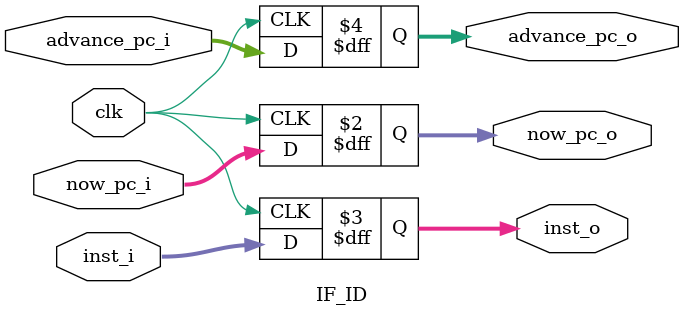
<source format=v>
module IF_ID (
	      clk,
	      now_pc_i,
	      inst_i,
	      advance_pc_i,
	      now_pc_o,
	      inst_o,
	      advance_pc_o
	      );

   input clk;
   input [31:0] now_pc_i, inst_i, advance_pc_i;
   output [31:0] now_pc_o, inst_o, advance_pc_o;
   reg [31:0] 	 now_pc_o, inst_o, advance_pc_o;

   always @(posedge clk) begin
      now_pc_o <= now_pc_i;
      inst_o <= inst_i;
      advance_pc_o <= advance_pc_i;
   end

endmodule

</source>
